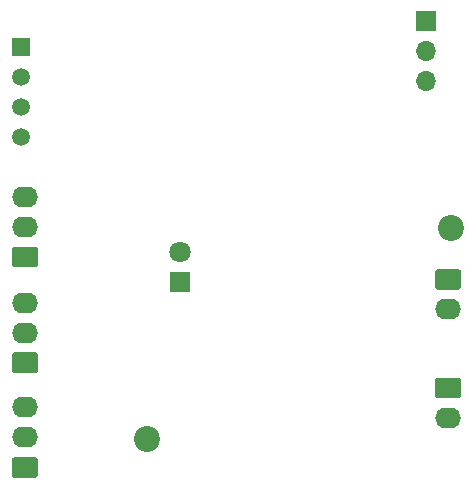
<source format=gbr>
%TF.GenerationSoftware,KiCad,Pcbnew,5.1.5+dfsg1-2build2*%
%TF.CreationDate,2022-07-17T21:36:19+12:00*%
%TF.ProjectId,automatic-plant-watering,6175746f-6d61-4746-9963-2d706c616e74,rev?*%
%TF.SameCoordinates,Original*%
%TF.FileFunction,Soldermask,Bot*%
%TF.FilePolarity,Negative*%
%FSLAX46Y46*%
G04 Gerber Fmt 4.6, Leading zero omitted, Abs format (unit mm)*
G04 Created by KiCad (PCBNEW 5.1.5+dfsg1-2build2) date 2022-07-17 21:36:19*
%MOMM*%
%LPD*%
G04 APERTURE LIST*
%ADD10C,1.500000*%
%ADD11R,1.500000X1.500000*%
%ADD12C,2.200000*%
%ADD13O,2.200000X1.740000*%
%ADD14C,0.100000*%
%ADD15O,1.700000X1.700000*%
%ADD16R,1.700000X1.700000*%
%ADD17C,1.800000*%
%ADD18R,1.800000X1.800000*%
G04 APERTURE END LIST*
D10*
%TO.C,U4*%
X231853740Y-114226340D03*
X231853740Y-111686340D03*
X231853740Y-109146340D03*
D11*
X231853740Y-106606340D03*
%TD*%
D12*
%TO.C,H4*%
X242511580Y-139849860D03*
%TD*%
%TO.C,H1*%
X268325600Y-121970800D03*
%TD*%
D13*
%TO.C,J9*%
X232209340Y-137152380D03*
X232209340Y-139692380D03*
D14*
G36*
X233083845Y-141363584D02*
G01*
X233108113Y-141367184D01*
X233131912Y-141373145D01*
X233155011Y-141381410D01*
X233177190Y-141391900D01*
X233198233Y-141404512D01*
X233217939Y-141419127D01*
X233236117Y-141435603D01*
X233252593Y-141453781D01*
X233267208Y-141473487D01*
X233279820Y-141494530D01*
X233290310Y-141516709D01*
X233298575Y-141539808D01*
X233304536Y-141563607D01*
X233308136Y-141587875D01*
X233309340Y-141612379D01*
X233309340Y-142852381D01*
X233308136Y-142876885D01*
X233304536Y-142901153D01*
X233298575Y-142924952D01*
X233290310Y-142948051D01*
X233279820Y-142970230D01*
X233267208Y-142991273D01*
X233252593Y-143010979D01*
X233236117Y-143029157D01*
X233217939Y-143045633D01*
X233198233Y-143060248D01*
X233177190Y-143072860D01*
X233155011Y-143083350D01*
X233131912Y-143091615D01*
X233108113Y-143097576D01*
X233083845Y-143101176D01*
X233059341Y-143102380D01*
X231359339Y-143102380D01*
X231334835Y-143101176D01*
X231310567Y-143097576D01*
X231286768Y-143091615D01*
X231263669Y-143083350D01*
X231241490Y-143072860D01*
X231220447Y-143060248D01*
X231200741Y-143045633D01*
X231182563Y-143029157D01*
X231166087Y-143010979D01*
X231151472Y-142991273D01*
X231138860Y-142970230D01*
X231128370Y-142948051D01*
X231120105Y-142924952D01*
X231114144Y-142901153D01*
X231110544Y-142876885D01*
X231109340Y-142852381D01*
X231109340Y-141612379D01*
X231110544Y-141587875D01*
X231114144Y-141563607D01*
X231120105Y-141539808D01*
X231128370Y-141516709D01*
X231138860Y-141494530D01*
X231151472Y-141473487D01*
X231166087Y-141453781D01*
X231182563Y-141435603D01*
X231200741Y-141419127D01*
X231220447Y-141404512D01*
X231241490Y-141391900D01*
X231263669Y-141381410D01*
X231286768Y-141373145D01*
X231310567Y-141367184D01*
X231334835Y-141363584D01*
X231359339Y-141362380D01*
X233059341Y-141362380D01*
X233083845Y-141363584D01*
G37*
%TD*%
D13*
%TO.C,J8*%
X232214420Y-128277620D03*
X232214420Y-130817620D03*
D14*
G36*
X233088925Y-132488824D02*
G01*
X233113193Y-132492424D01*
X233136992Y-132498385D01*
X233160091Y-132506650D01*
X233182270Y-132517140D01*
X233203313Y-132529752D01*
X233223019Y-132544367D01*
X233241197Y-132560843D01*
X233257673Y-132579021D01*
X233272288Y-132598727D01*
X233284900Y-132619770D01*
X233295390Y-132641949D01*
X233303655Y-132665048D01*
X233309616Y-132688847D01*
X233313216Y-132713115D01*
X233314420Y-132737619D01*
X233314420Y-133977621D01*
X233313216Y-134002125D01*
X233309616Y-134026393D01*
X233303655Y-134050192D01*
X233295390Y-134073291D01*
X233284900Y-134095470D01*
X233272288Y-134116513D01*
X233257673Y-134136219D01*
X233241197Y-134154397D01*
X233223019Y-134170873D01*
X233203313Y-134185488D01*
X233182270Y-134198100D01*
X233160091Y-134208590D01*
X233136992Y-134216855D01*
X233113193Y-134222816D01*
X233088925Y-134226416D01*
X233064421Y-134227620D01*
X231364419Y-134227620D01*
X231339915Y-134226416D01*
X231315647Y-134222816D01*
X231291848Y-134216855D01*
X231268749Y-134208590D01*
X231246570Y-134198100D01*
X231225527Y-134185488D01*
X231205821Y-134170873D01*
X231187643Y-134154397D01*
X231171167Y-134136219D01*
X231156552Y-134116513D01*
X231143940Y-134095470D01*
X231133450Y-134073291D01*
X231125185Y-134050192D01*
X231119224Y-134026393D01*
X231115624Y-134002125D01*
X231114420Y-133977621D01*
X231114420Y-132737619D01*
X231115624Y-132713115D01*
X231119224Y-132688847D01*
X231125185Y-132665048D01*
X231133450Y-132641949D01*
X231143940Y-132619770D01*
X231156552Y-132598727D01*
X231171167Y-132579021D01*
X231187643Y-132560843D01*
X231205821Y-132544367D01*
X231225527Y-132529752D01*
X231246570Y-132517140D01*
X231268749Y-132506650D01*
X231291848Y-132498385D01*
X231315647Y-132492424D01*
X231339915Y-132488824D01*
X231364419Y-132487620D01*
X233064421Y-132487620D01*
X233088925Y-132488824D01*
G37*
%TD*%
D13*
%TO.C,J4*%
X232219500Y-119346980D03*
X232219500Y-121886980D03*
D14*
G36*
X233094005Y-123558184D02*
G01*
X233118273Y-123561784D01*
X233142072Y-123567745D01*
X233165171Y-123576010D01*
X233187350Y-123586500D01*
X233208393Y-123599112D01*
X233228099Y-123613727D01*
X233246277Y-123630203D01*
X233262753Y-123648381D01*
X233277368Y-123668087D01*
X233289980Y-123689130D01*
X233300470Y-123711309D01*
X233308735Y-123734408D01*
X233314696Y-123758207D01*
X233318296Y-123782475D01*
X233319500Y-123806979D01*
X233319500Y-125046981D01*
X233318296Y-125071485D01*
X233314696Y-125095753D01*
X233308735Y-125119552D01*
X233300470Y-125142651D01*
X233289980Y-125164830D01*
X233277368Y-125185873D01*
X233262753Y-125205579D01*
X233246277Y-125223757D01*
X233228099Y-125240233D01*
X233208393Y-125254848D01*
X233187350Y-125267460D01*
X233165171Y-125277950D01*
X233142072Y-125286215D01*
X233118273Y-125292176D01*
X233094005Y-125295776D01*
X233069501Y-125296980D01*
X231369499Y-125296980D01*
X231344995Y-125295776D01*
X231320727Y-125292176D01*
X231296928Y-125286215D01*
X231273829Y-125277950D01*
X231251650Y-125267460D01*
X231230607Y-125254848D01*
X231210901Y-125240233D01*
X231192723Y-125223757D01*
X231176247Y-125205579D01*
X231161632Y-125185873D01*
X231149020Y-125164830D01*
X231138530Y-125142651D01*
X231130265Y-125119552D01*
X231124304Y-125095753D01*
X231120704Y-125071485D01*
X231119500Y-125046981D01*
X231119500Y-123806979D01*
X231120704Y-123782475D01*
X231124304Y-123758207D01*
X231130265Y-123734408D01*
X231138530Y-123711309D01*
X231149020Y-123689130D01*
X231161632Y-123668087D01*
X231176247Y-123648381D01*
X231192723Y-123630203D01*
X231210901Y-123613727D01*
X231230607Y-123599112D01*
X231251650Y-123586500D01*
X231273829Y-123576010D01*
X231296928Y-123567745D01*
X231320727Y-123561784D01*
X231344995Y-123558184D01*
X231369499Y-123556980D01*
X233069501Y-123556980D01*
X233094005Y-123558184D01*
G37*
%TD*%
D13*
%TO.C,J3*%
X268033500Y-128841500D03*
D14*
G36*
X268908005Y-125432704D02*
G01*
X268932273Y-125436304D01*
X268956072Y-125442265D01*
X268979171Y-125450530D01*
X269001350Y-125461020D01*
X269022393Y-125473632D01*
X269042099Y-125488247D01*
X269060277Y-125504723D01*
X269076753Y-125522901D01*
X269091368Y-125542607D01*
X269103980Y-125563650D01*
X269114470Y-125585829D01*
X269122735Y-125608928D01*
X269128696Y-125632727D01*
X269132296Y-125656995D01*
X269133500Y-125681499D01*
X269133500Y-126921501D01*
X269132296Y-126946005D01*
X269128696Y-126970273D01*
X269122735Y-126994072D01*
X269114470Y-127017171D01*
X269103980Y-127039350D01*
X269091368Y-127060393D01*
X269076753Y-127080099D01*
X269060277Y-127098277D01*
X269042099Y-127114753D01*
X269022393Y-127129368D01*
X269001350Y-127141980D01*
X268979171Y-127152470D01*
X268956072Y-127160735D01*
X268932273Y-127166696D01*
X268908005Y-127170296D01*
X268883501Y-127171500D01*
X267183499Y-127171500D01*
X267158995Y-127170296D01*
X267134727Y-127166696D01*
X267110928Y-127160735D01*
X267087829Y-127152470D01*
X267065650Y-127141980D01*
X267044607Y-127129368D01*
X267024901Y-127114753D01*
X267006723Y-127098277D01*
X266990247Y-127080099D01*
X266975632Y-127060393D01*
X266963020Y-127039350D01*
X266952530Y-127017171D01*
X266944265Y-126994072D01*
X266938304Y-126970273D01*
X266934704Y-126946005D01*
X266933500Y-126921501D01*
X266933500Y-125681499D01*
X266934704Y-125656995D01*
X266938304Y-125632727D01*
X266944265Y-125608928D01*
X266952530Y-125585829D01*
X266963020Y-125563650D01*
X266975632Y-125542607D01*
X266990247Y-125522901D01*
X267006723Y-125504723D01*
X267024901Y-125488247D01*
X267044607Y-125473632D01*
X267065650Y-125461020D01*
X267087829Y-125450530D01*
X267110928Y-125442265D01*
X267134727Y-125436304D01*
X267158995Y-125432704D01*
X267183499Y-125431500D01*
X268883501Y-125431500D01*
X268908005Y-125432704D01*
G37*
%TD*%
D15*
%TO.C,J2*%
X266192000Y-109537500D03*
X266192000Y-106997500D03*
D16*
X266192000Y-104457500D03*
%TD*%
D17*
%TO.C,Q3*%
X245313200Y-124015500D03*
D18*
X245313200Y-126555500D03*
%TD*%
D13*
%TO.C,J1*%
X268033500Y-138049000D03*
D14*
G36*
X268908005Y-134640204D02*
G01*
X268932273Y-134643804D01*
X268956072Y-134649765D01*
X268979171Y-134658030D01*
X269001350Y-134668520D01*
X269022393Y-134681132D01*
X269042099Y-134695747D01*
X269060277Y-134712223D01*
X269076753Y-134730401D01*
X269091368Y-134750107D01*
X269103980Y-134771150D01*
X269114470Y-134793329D01*
X269122735Y-134816428D01*
X269128696Y-134840227D01*
X269132296Y-134864495D01*
X269133500Y-134888999D01*
X269133500Y-136129001D01*
X269132296Y-136153505D01*
X269128696Y-136177773D01*
X269122735Y-136201572D01*
X269114470Y-136224671D01*
X269103980Y-136246850D01*
X269091368Y-136267893D01*
X269076753Y-136287599D01*
X269060277Y-136305777D01*
X269042099Y-136322253D01*
X269022393Y-136336868D01*
X269001350Y-136349480D01*
X268979171Y-136359970D01*
X268956072Y-136368235D01*
X268932273Y-136374196D01*
X268908005Y-136377796D01*
X268883501Y-136379000D01*
X267183499Y-136379000D01*
X267158995Y-136377796D01*
X267134727Y-136374196D01*
X267110928Y-136368235D01*
X267087829Y-136359970D01*
X267065650Y-136349480D01*
X267044607Y-136336868D01*
X267024901Y-136322253D01*
X267006723Y-136305777D01*
X266990247Y-136287599D01*
X266975632Y-136267893D01*
X266963020Y-136246850D01*
X266952530Y-136224671D01*
X266944265Y-136201572D01*
X266938304Y-136177773D01*
X266934704Y-136153505D01*
X266933500Y-136129001D01*
X266933500Y-134888999D01*
X266934704Y-134864495D01*
X266938304Y-134840227D01*
X266944265Y-134816428D01*
X266952530Y-134793329D01*
X266963020Y-134771150D01*
X266975632Y-134750107D01*
X266990247Y-134730401D01*
X267006723Y-134712223D01*
X267024901Y-134695747D01*
X267044607Y-134681132D01*
X267065650Y-134668520D01*
X267087829Y-134658030D01*
X267110928Y-134649765D01*
X267134727Y-134643804D01*
X267158995Y-134640204D01*
X267183499Y-134639000D01*
X268883501Y-134639000D01*
X268908005Y-134640204D01*
G37*
%TD*%
M02*

</source>
